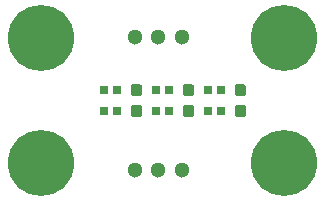
<source format=gts>
%TF.GenerationSoftware,KiCad,Pcbnew,(5.1.10)-1*%
%TF.CreationDate,2021-09-27T16:18:06+09:00*%
%TF.ProjectId,EXTERNAL_LED_BOARD,45585445-524e-4414-9c5f-4c45445f424f,rev?*%
%TF.SameCoordinates,Original*%
%TF.FileFunction,Soldermask,Top*%
%TF.FilePolarity,Negative*%
%FSLAX46Y46*%
G04 Gerber Fmt 4.6, Leading zero omitted, Abs format (unit mm)*
G04 Created by KiCad (PCBNEW (5.1.10)-1) date 2021-09-27 16:18:06*
%MOMM*%
%LPD*%
G01*
G04 APERTURE LIST*
%ADD10R,0.700000X0.700000*%
%ADD11C,1.300000*%
%ADD12C,5.600000*%
%ADD13C,3.600000*%
G04 APERTURE END LIST*
D10*
%TO.C,U3*%
X139656000Y-99920501D03*
X138556000Y-99920501D03*
X138556000Y-98090501D03*
X139656000Y-98090501D03*
%TD*%
%TO.C,U2*%
X135256000Y-99920501D03*
X134156000Y-99920501D03*
X134156000Y-98090501D03*
X135256000Y-98090501D03*
%TD*%
%TO.C,C3*%
G36*
G01*
X141068500Y-99355501D02*
X141543500Y-99355501D01*
G75*
G02*
X141781000Y-99593001I0J-237500D01*
G01*
X141781000Y-100168001D01*
G75*
G02*
X141543500Y-100405501I-237500J0D01*
G01*
X141068500Y-100405501D01*
G75*
G02*
X140831000Y-100168001I0J237500D01*
G01*
X140831000Y-99593001D01*
G75*
G02*
X141068500Y-99355501I237500J0D01*
G01*
G37*
G36*
G01*
X141068500Y-97605501D02*
X141543500Y-97605501D01*
G75*
G02*
X141781000Y-97843001I0J-237500D01*
G01*
X141781000Y-98418001D01*
G75*
G02*
X141543500Y-98655501I-237500J0D01*
G01*
X141068500Y-98655501D01*
G75*
G02*
X140831000Y-98418001I0J237500D01*
G01*
X140831000Y-97843001D01*
G75*
G02*
X141068500Y-97605501I237500J0D01*
G01*
G37*
%TD*%
%TO.C,C2*%
G36*
G01*
X136668500Y-99355501D02*
X137143500Y-99355501D01*
G75*
G02*
X137381000Y-99593001I0J-237500D01*
G01*
X137381000Y-100168001D01*
G75*
G02*
X137143500Y-100405501I-237500J0D01*
G01*
X136668500Y-100405501D01*
G75*
G02*
X136431000Y-100168001I0J237500D01*
G01*
X136431000Y-99593001D01*
G75*
G02*
X136668500Y-99355501I237500J0D01*
G01*
G37*
G36*
G01*
X136668500Y-97605501D02*
X137143500Y-97605501D01*
G75*
G02*
X137381000Y-97843001I0J-237500D01*
G01*
X137381000Y-98418001D01*
G75*
G02*
X137143500Y-98655501I-237500J0D01*
G01*
X136668500Y-98655501D01*
G75*
G02*
X136431000Y-98418001I0J237500D01*
G01*
X136431000Y-97843001D01*
G75*
G02*
X136668500Y-97605501I237500J0D01*
G01*
G37*
%TD*%
D11*
%TO.C,J2*%
X132356000Y-104911000D03*
X134356000Y-104911000D03*
X136356000Y-104911000D03*
%TD*%
%TO.C,J1*%
X132356000Y-93620400D03*
X134356000Y-93620400D03*
X136356000Y-93620400D03*
%TD*%
D10*
%TO.C,U1*%
X130856000Y-99920501D03*
X129756000Y-99920501D03*
X129756000Y-98090501D03*
X130856000Y-98090501D03*
%TD*%
%TO.C,C1*%
G36*
G01*
X132268500Y-99355501D02*
X132743500Y-99355501D01*
G75*
G02*
X132981000Y-99593001I0J-237500D01*
G01*
X132981000Y-100168001D01*
G75*
G02*
X132743500Y-100405501I-237500J0D01*
G01*
X132268500Y-100405501D01*
G75*
G02*
X132031000Y-100168001I0J237500D01*
G01*
X132031000Y-99593001D01*
G75*
G02*
X132268500Y-99355501I237500J0D01*
G01*
G37*
G36*
G01*
X132268500Y-97605501D02*
X132743500Y-97605501D01*
G75*
G02*
X132981000Y-97843001I0J-237500D01*
G01*
X132981000Y-98418001D01*
G75*
G02*
X132743500Y-98655501I-237500J0D01*
G01*
X132268500Y-98655501D01*
G75*
G02*
X132031000Y-98418001I0J237500D01*
G01*
X132031000Y-97843001D01*
G75*
G02*
X132268500Y-97605501I237500J0D01*
G01*
G37*
%TD*%
D12*
%TO.C,H3*%
X124406000Y-104306000D03*
D13*
X124406000Y-104306000D03*
%TD*%
D12*
%TO.C,H4*%
X145006000Y-104306000D03*
D13*
X145006000Y-104306000D03*
%TD*%
D12*
%TO.C,H2*%
X145006000Y-93705500D03*
D13*
X145006000Y-93705500D03*
%TD*%
D12*
%TO.C,H1*%
X124406000Y-93705500D03*
D13*
X124406000Y-93705500D03*
%TD*%
M02*

</source>
